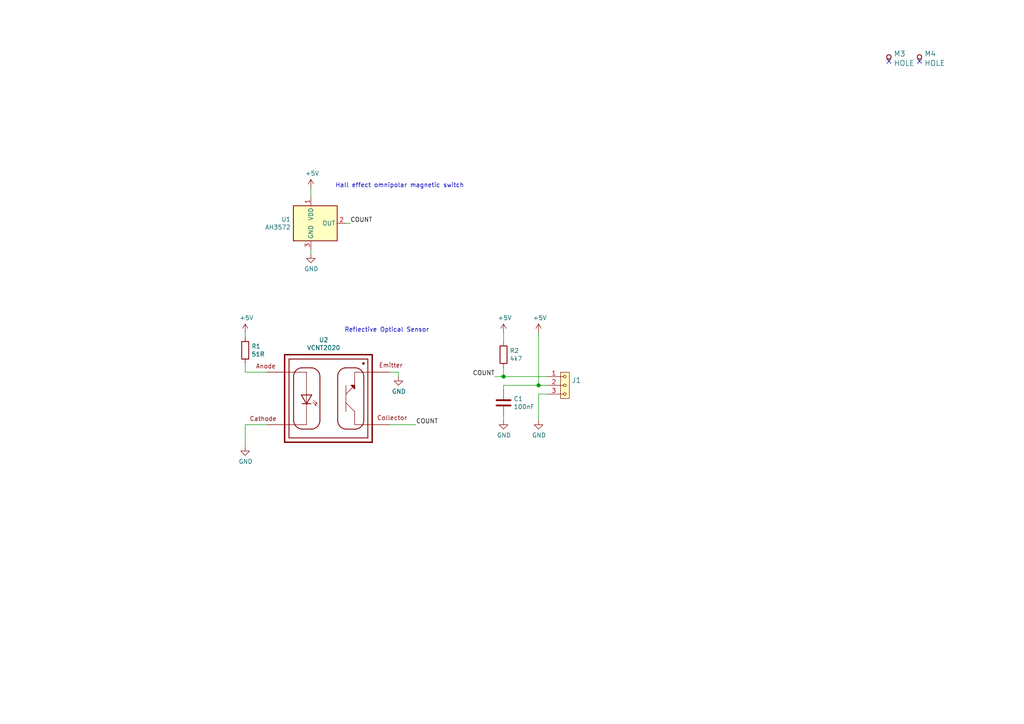
<source format=kicad_sch>
(kicad_sch (version 20231120) (generator "eeschema") (generator_version "8.0")
  (paper "A4")
  (title_block (title "TFPROBE01A") (date "2021-01-23") (company "ThunderFly s.r.o.") (comment 1 "Omnipolar magnetic and \\n reflective optical probe") (comment 3 "Sensor for \\n TFRPM measuring device"))
  (lib_symbols
    (symbol "Device:C" (pin_numbers hide) (pin_names (offset 0.254))
      (property "Reference" "C" (at 0.635 2.54 0))
      (property "Value" "C" (at 0.635 -2.54 0))
      (symbol "C_0_1"
        (polyline (pts (xy -2.032 -0.762) (xy 2.032 -0.762)) (stroke (width 0.508)))
        (polyline (pts (xy -2.032 0.762) (xy 2.032 0.762)) (stroke (width 0.508)))
      )
      (symbol "C_1_1"
        (pin passive line (at 0 3.81 270) (length 2.794) (name "~") (number "1"))
        (pin passive line (at 0 -3.81 90) (length 2.794) (name "~") (number "2"))
      )
    )
    (symbol "Device:R" (pin_numbers hide) (pin_names (offset 0))
      (property "Reference" "R" (at 2.032 0 90))
      (property "Value" "R" (at 0 0 90))
      (symbol "R_0_1"
        (rectangle (start -1.016 -2.54) (end 1.016 2.54) (stroke (width 0.254)))
      )
      (symbol "R_1_1"
        (pin passive line (at 0 3.81 270) (length 1.27) (name "~") (number "1"))
        (pin passive line (at 0 -3.81 90) (length 1.27) (name "~") (number "2"))
      )
    )
    (symbol "MLAB_HEADER:HEADER_1x03" (pin_names (offset 1.016))
      (property "Reference" "J" (at 0 -5.08 0))
      (property "Value" "HEADER_1x03" (at 0 5.08 0))
      (symbol "HEADER_1x03_0_1"
        (rectangle (start -1.27 3.81) (end 1.27 -3.81) (fill (type background)))
        (circle (center 0 -2.54) (radius 0.381))
        (polyline (pts (xy -1.27 -2.54) (xy -0.381 -2.54)))
        (polyline (pts (xy -1.27 0) (xy -0.381 0)))
        (polyline (pts (xy -1.27 2.54) (xy -0.381 2.54)))
        (circle (center 0 0) (radius 0.381))
        (circle (center 0 2.54) (radius 0.381))
      )
      (symbol "HEADER_1x03_1_1"
        (pin input line (at -5.08 2.54 0) (length 3.81) (name "~") (number "1"))
        (pin input line (at -5.08 0 0) (length 3.81) (name "~") (number "2"))
        (pin input line (at -5.08 -2.54 0) (length 3.81) (name "~") (number "3"))
      )
    )
    (symbol "MLAB_IO:AH3572"
      (property "Reference" "U" (at 8.89 6.35 0))
      (property "Value" "AH3572" (at 8.89 3.81 0))
      (symbol "AH3572_0_1"
        (rectangle (start -5.08 5.08) (end 7.62 -5.08) (stroke (width 0.254)) (fill (type background)))
      )
      (symbol "AH3572_1_1"
        (pin power_in line (at 0 7.62 270) (length 2.54) (name "VDD") (number "1"))
        (pin output line (at 10.16 0 180) (length 2.54) (name "OUT") (number "2"))
        (pin power_in line (at 0 -7.62 90) (length 2.54) (name "GND") (number "3"))
      )
    )
    (symbol "MLAB_IO:VCNT2020" (pin_numbers hide) (pin_names (offset 1.016) hide)
      (property "Reference" "U2" (at 1.3796 16.9864 0))
      (property "Value" "VCNT2020" (at 1.3796 14.6877 0))
      (symbol "VCNT2020_0_0"
        (arc (start -10.2616 -6.35) (mid -9.4848 -8.1745) (end -7.6454 -8.9154) (stroke (width 0.254)))
        (circle (center -10.16 10.16) (radius 0.127) (stroke (width 0.254)))
        (circle (center -10.16 10.16) (radius 0.254) (stroke (width 0.254)))
        (arc (start -7.6454 8.89) (mid -9.4834 8.1657) (end -10.2616 6.35) (stroke (width 0.254)))
        (arc (start -5.2324 -8.89) (mid -3.4378 -8.1625) (end -2.6924 -6.3754) (stroke (width 0.254)))
        (arc (start -2.6924 6.3246) (mid -3.3336 8.0872) (end -5.0292 8.89) (stroke (width 0.254)))
        (polyline (pts (xy -12.7 -12.7) (xy -12.7 -7.62)) (stroke (width 0.4064)))
        (polyline (pts (xy -12.7 -7.62) (xy -12.7 7.62)) (stroke (width 0.4064)))
        (polyline (pts (xy -12.7 -7.62) (xy -11.43 -7.62)) (stroke (width 0.1524)))
        (polyline (pts (xy -12.7 7.62) (xy -12.7 12.7)) (stroke (width 0.4064)))
        (polyline (pts (xy -12.7 7.62) (xy -11.43 7.62)) (stroke (width 0.1524)))
        (polyline (pts (xy -12.7 12.7) (xy 12.7 12.7)) (stroke (width 0.4064)))
        (polyline (pts (xy -11.43 -11.43) (xy 11.43 -11.43)) (stroke (width 0.254)))
        (polyline (pts (xy -11.43 -7.62) (xy -11.43 -11.43)) (stroke (width 0.254)))
        (polyline (pts (xy -11.43 -7.62) (xy -7.62 -7.62)) (stroke (width 0.1524)))
        (polyline (pts (xy -11.43 7.62) (xy -11.43 -7.62)) (stroke (width 0.254)))
        (polyline (pts (xy -11.43 7.62) (xy -7.62 7.62)) (stroke (width 0.1524)))
        (polyline (pts (xy -11.43 11.43) (xy -11.43 7.62)) (stroke (width 0.254)))
        (polyline (pts (xy -10.2616 -6.35) (xy -10.2616 6.35)) (stroke (width 0.254)))
        (polyline (pts (xy -7.6454 8.89) (xy -5.0292 8.89)) (stroke (width 0.254)))
        (polyline (pts (xy -7.62 -7.62) (xy -7.62 -3.81)) (stroke (width 0.1524)))
        (polyline (pts (xy -7.62 2.794) (xy -7.62 3.048)) (stroke (width 0.254)))
        (polyline (pts (xy -7.62 3.048) (xy -7.366 3.302)) (stroke (width 0.254)))
        (polyline (pts (xy -7.62 3.81) (xy -7.62 3.048)) (stroke (width 0.254)))
        (polyline (pts (xy -7.62 3.81) (xy -5.08 1.27)) (stroke (width 0.1524)))
        (polyline (pts (xy -7.62 7.62) (xy -7.62 3.81)) (stroke (width 0.1524)))
        (polyline (pts (xy -7.366 3.302) (xy -7.366 3.556)) (stroke (width 0.254)))
        (polyline (pts (xy -7.366 3.302) (xy -7.112 3.556)) (stroke (width 0.254)))
        (polyline (pts (xy -7.366 3.556) (xy -7.112 3.556)) (stroke (width 0.254)))
        (polyline (pts (xy -7.366 3.81) (xy -7.366 3.556)) (stroke (width 0.1524)))
        (polyline (pts (xy -7.112 3.556) (xy -6.858 3.81)) (stroke (width 0.254)))
        (polyline (pts (xy -7.112 3.81) (xy -7.62 3.81)) (stroke (width 0.254)))
        (polyline (pts (xy -7.112 3.81) (xy -7.366 3.81)) (stroke (width 0.1524)))
        (polyline (pts (xy -6.858 3.81) (xy -7.112 3.81)) (stroke (width 0.254)))
        (polyline (pts (xy -6.858 3.81) (xy -6.604 3.81)) (stroke (width 0.254)))
        (polyline (pts (xy -6.604 3.81) (xy -7.62 2.794)) (stroke (width 0.254)))
        (polyline (pts (xy -5.2324 -8.89) (xy -7.6454 -8.9154)) (stroke (width 0.254)))
        (polyline (pts (xy -5.08 -3.81) (xy -5.08 -1.27)) (stroke (width 0.1524)))
        (polyline (pts (xy -5.08 -1.27) (xy -7.62 -3.81)) (stroke (width 0.1524)))
        (polyline (pts (xy -5.08 1.27) (xy -5.08 -1.27)) (stroke (width 0.1524)))
        (polyline (pts (xy -5.08 1.27) (xy -5.08 3.81)) (stroke (width 0.1524)))
        (polyline (pts (xy -2.6924 6.3246) (xy -2.6924 -6.3754)) (stroke (width 0.254)))
        (polyline (pts (xy 2.4638 -6.3246) (xy 2.4638 6.3754)) (stroke (width 0.254)))
        (polyline (pts (xy 3.302 -1.524) (xy 3.4544 -1.1684)) (stroke (width 0.127)))
        (polyline (pts (xy 3.4544 -1.1684) (xy 3.683 -1.3716)) (stroke (width 0.127)))
        (polyline (pts (xy 3.556 -2.032) (xy 3.7084 -1.6764)) (stroke (width 0.127)))
        (polyline (pts (xy 3.683 -1.3716) (xy 3.302 -1.524)) (stroke (width 0.127)))
        (polyline (pts (xy 3.7084 -1.6764) (xy 3.937 -1.8796)) (stroke (width 0.127)))
        (polyline (pts (xy 3.937 -1.8796) (xy 3.556 -2.032)) (stroke (width 0.127)))
        (polyline (pts (xy 4.318 -0.508) (xy 3.302 -1.524)) (stroke (width 0.127)))
        (polyline (pts (xy 4.572 -1.016) (xy 3.556 -2.032)) (stroke (width 0.127)))
        (polyline (pts (xy 4.826 1.016) (xy 6.35 -1.524)) (stroke (width 0.254)))
        (polyline (pts (xy 5.08 8.89) (xy 7.62 8.89)) (stroke (width 0.254)))
        (polyline (pts (xy 6.35 -7.62) (xy 11.43 -7.62)) (stroke (width 0.1524)))
        (polyline (pts (xy 6.35 -1.524) (xy 5.08 -1.524)) (stroke (width 0.254)))
        (polyline (pts (xy 6.35 -1.524) (xy 7.62 -1.524)) (stroke (width 0.254)))
        (polyline (pts (xy 6.35 -1.524) (xy 7.874 1.016)) (stroke (width 0.254)))
        (polyline (pts (xy 6.35 7.62) (xy 6.35 -7.62)) (stroke (width 0.1524)))
        (polyline (pts (xy 7.5438 -8.89) (xy 4.9022 -8.89)) (stroke (width 0.254)))
        (polyline (pts (xy 7.874 1.016) (xy 4.826 1.016)) (stroke (width 0.254)))
        (polyline (pts (xy 10.0838 6.4262) (xy 10.0838 -6.2738)) (stroke (width 0.254)))
        (polyline (pts (xy 11.43 -11.43) (xy 11.43 -7.62)) (stroke (width 0.254)))
        (polyline (pts (xy 11.43 -7.62) (xy 11.43 7.62)) (stroke (width 0.254)))
        (polyline (pts (xy 11.43 -7.62) (xy 12.7 -7.62)) (stroke (width 0.1524)))
        (polyline (pts (xy 11.43 7.62) (xy 6.35 7.62)) (stroke (width 0.1524)))
        (polyline (pts (xy 11.43 7.62) (xy 11.43 11.43)) (stroke (width 0.254)))
        (polyline (pts (xy 11.43 7.62) (xy 12.7 7.62)) (stroke (width 0.1524)))
        (polyline (pts (xy 11.43 11.43) (xy -11.43 11.43)) (stroke (width 0.254)))
        (polyline (pts (xy 12.7 -12.7) (xy -12.7 -12.7)) (stroke (width 0.4064)))
        (polyline (pts (xy 12.7 -7.62) (xy 12.7 -12.7)) (stroke (width 0.4064)))
        (polyline (pts (xy 12.7 7.62) (xy 12.7 -7.62)) (stroke (width 0.4064)))
        (polyline (pts (xy 12.7 12.7) (xy 12.7 7.62)) (stroke (width 0.4064)))
        (arc (start 2.4638 -6.3246) (mid 3.1556 -8.1084) (end 4.9022 -8.89) (stroke (width 0.254)))
        (arc (start 5.08 8.89) (mid 3.2511 8.1745) (end 2.4638 6.3754) (stroke (width 0.254)))
        (arc (start 7.5438 -8.89) (mid 9.3592 -8.1116) (end 10.0838 -6.2738) (stroke (width 0.254)))
        (arc (start 10.0838 6.4262) (mid 9.3622 8.1684) (end 7.62 8.89) (stroke (width 0.254)))
        (text "Anode" (at 15.24 8.636 0) (effects (font (size 1.27 1.27)) (justify left bottom)))
        (text "Cathode" (at 14.986 -6.604 0) (effects (font (size 1.27 1.27)) (justify left bottom)))
        (text "Collector" (at -22.86 -6.35 0) (effects (font (size 1.27 1.27)) (justify left bottom)))
        (text "Emitter" (at -21.59 8.89 0) (effects (font (size 1.27 1.27)) (justify left bottom)))
        (pin passive line (at -17.78 7.62 0) (length 5.08) (name "~") (number "1"))
        (pin passive line (at -17.78 -7.62 0) (length 5.08) (name "~") (number "2"))
        (pin passive line (at 17.78 7.62 180) (length 5.08) (name "~") (number "3"))
        (pin passive line (at 17.78 -7.62 180) (length 5.08) (name "~") (number "4"))
      )
    )
    (symbol "MLAB_MECHANICAL:HOLE" (pin_numbers hide) (pin_names (offset 1.016) hide)
      (property "Reference" "M" (at 0 2.54 0))
      (property "Value" "HOLE" (at 0 -2.54 0))
      (symbol "HOLE_0_1"
        (circle (center 0 0) (radius 0.635) (stroke (width 0.254)))
      )
      (symbol "HOLE_1_1"
        (pin input line (at 1.27 0 180) (length 0.635) (name "~") (number "1"))
      )
    )
    (symbol "power:+5V" (power) (pin_names (offset 0))
      (property "Value" "+5V" (at 0 3.556 0))
      (symbol "+5V_0_1"
        (polyline (pts (xy -0.762 1.27) (xy 0 2.54)))
        (polyline (pts (xy 0 0) (xy 0 2.54)))
        (polyline (pts (xy 0 2.54) (xy 0.762 1.27)))
      )
      (symbol "+5V_1_1"
        (pin power_in line (at 0 0 90) (length 0) hide (name "+5V") (number "1"))
      )
    )
    (symbol "power:GND" (power) (pin_names (offset 0))
      (property "Value" "GND" (at 0 -3.81 0))
      (symbol "GND_0_1"
        (polyline (pts (xy 0 0) (xy 0 -1.27) (xy 1.27 -1.27) (xy 0 -2.54) (xy -1.27 -1.27) (xy 0 -1.27)))
      )
      (symbol "GND_1_1"
        (pin power_in line (at 0 0 270) (length 0) hide (name "GND") (number "1"))
      )
    )
  )
  (junction (at 146.05 109.22) (diameter 1.016))
  (junction (at 156.21 111.76) (diameter 1.016))
  (no_connect (at 266.7 17.78))
  (no_connect (at 257.81 17.78))
  (wire (pts (xy 115.57 107.95) (xy 115.57 109.22)))
  (wire (pts (xy 71.12 96.52) (xy 71.12 97.79)))
  (wire (pts (xy 146.05 111.76) (xy 146.05 113.03)))
  (wire (pts (xy 146.05 106.68) (xy 146.05 109.22)))
  (wire (pts (xy 146.05 109.22) (xy 158.75 109.22)))
  (wire (pts (xy 146.05 120.65) (xy 146.05 121.92)))
  (wire (pts (xy 100.33 64.77) (xy 101.6 64.77)))
  (wire (pts (xy 156.21 96.52) (xy 156.21 111.76)))
  (wire (pts (xy 143.51 109.22) (xy 146.05 109.22)))
  (wire (pts (xy 90.17 72.39) (xy 90.17 73.66)))
  (wire (pts (xy 113.03 107.95) (xy 115.57 107.95)))
  (wire (pts (xy 156.21 114.3) (xy 156.21 121.92)))
  (wire (pts (xy 158.75 114.3) (xy 156.21 114.3)))
  (wire (pts (xy 146.05 96.52) (xy 146.05 99.06)))
  (wire (pts (xy 71.12 107.95) (xy 77.47 107.95)))
  (wire (pts (xy 156.21 111.76) (xy 158.75 111.76)))
  (wire (pts (xy 71.12 105.41) (xy 71.12 107.95)))
  (wire (pts (xy 156.21 111.76) (xy 146.05 111.76)))
  (wire (pts (xy 71.12 123.19) (xy 71.12 129.54)))
  (wire (pts (xy 90.17 54.61) (xy 90.17 57.15)))
  (wire (pts (xy 113.03 123.19) (xy 120.65 123.19)))
  (wire (pts (xy 77.47 123.19) (xy 71.12 123.19)))
  (text "Hall effect omnipolar magnetic switch" (at 134.62 54.61 0) (effects (font (size 1.27 1.27)) (justify right bottom)))
  (text "Reflective Optical Sensor" (at 124.46 96.52 0) (effects (font (size 1.27 1.27)) (justify right bottom)))
  (label "COUNT" (at 101.6 64.77 0))
  (label "COUNT" (at 143.51 109.22 180))
  (label "COUNT" (at 120.65 123.19 0))
  (symbol (lib_id "MLAB_IO:VCNT2020") (at 95.25 115.57 0) (mirror y) (unit 1)
    (property "Reference" "U2" (at 93.8704 98.5836 0))
    (property "Value" "VCNT2020" (at 93.8704 100.8823 0))
    (property "Footprint" "Mlab_IO:XDCR_VCNT2020" (effects (hide yes)))
    (property "Datasheet" "https://www.vishay.com/docs/84285/vcnt2020.pdf" (effects (hide yes)))
    (property "Field4" "Vishay" (effects (hide yes)))
    (property "Field5" "Manufacturer Recommendation" (effects (hide yes)))
    (property "UST_ID" "5f9d106a12875025b39777fa" (effects (hide yes)))
  )
  (symbol (lib_id "MLAB_MECHANICAL:HOLE") (at 257.81 16.51 270) (unit 1)
    (property "Reference" "M3" (at 259.2071 15.6007 90) (effects (font (size 1.524 1.524)) (justify left)))
    (property "Value" "HOLE" (at 259.2071 18.3083 90) (effects (font (size 1.524 1.524)) (justify left)))
    (property "Footprint" "Mlab_Mechanical:dira_3mm" (effects (hide yes)))
  )
  (symbol (lib_id "MLAB_MECHANICAL:HOLE") (at 266.7 16.51 270) (unit 1)
    (property "Reference" "M4" (at 268.0971 15.6007 90) (effects (font (size 1.524 1.524)) (justify left)))
    (property "Value" "HOLE" (at 268.0971 18.3083 90) (effects (font (size 1.524 1.524)) (justify left)))
    (property "Footprint" "Mlab_Mechanical:dira_3mm" (effects (hide yes)))
  )
  (symbol (lib_id "power:+5V") (at 71.12 96.52 0) (unit 1)
    (property "Reference" "#PWR01" (effects (hide yes)))
    (property "Value" "+5V" (at 71.4883 92.1956 0))
  )
  (symbol (lib_id "power:GND") (at 115.57 109.22 0) (unit 1)
    (property "Reference" "#PWR05" (effects (hide yes)))
    (property "Value" "GND" (at 115.6843 113.5444 0))
  )
  (symbol (lib_id "power:GND") (at 146.05 121.92 0) (unit 1)
    (property "Reference" "#PWR07" (effects (hide yes)))
    (property "Value" "GND" (at 146.1643 126.2444 0))
  )
  (symbol (lib_id "power:+5V") (at 90.17 54.61 0) (unit 1)
    (property "Reference" "#PWR03" (effects (hide yes)))
    (property "Value" "+5V" (at 90.5383 50.2856 0))
  )
  (symbol (lib_id "power:GND") (at 156.21 121.92 0) (unit 1)
    (property "Reference" "#PWR09" (effects (hide yes)))
    (property "Value" "GND" (at 156.3243 126.2444 0))
  )
  (symbol (lib_id "power:GND") (at 71.12 129.54 0) (unit 1)
    (property "Reference" "#PWR02" (effects (hide yes)))
    (property "Value" "GND" (at 71.2343 133.8644 0))
  )
  (symbol (lib_id "Device:R") (at 71.12 101.6 0) (unit 1)
    (property "Reference" "R1" (at 72.8981 100.4506 0) (effects (justify left)))
    (property "Value" "51R" (at 72.898 102.749 0) (effects (justify left)))
    (property "Footprint" "Mlab_R:SMD-0603" (effects (hide yes)))
    (property "UST_ID" "5c70984512875079b91f8953" (effects (hide yes)))
  )
  (symbol (lib_id "MLAB_IO:AH3572") (at 90.17 64.77 0) (unit 1)
    (property "Reference" "U1" (at 84.328 63.6206 0) (effects (justify right)))
    (property "Value" "AH3572" (at 84.328 65.9193 0) (effects (justify right)))
    (property "Footprint" "Package_TO_SOT_SMD:SOT-23" (effects (hide yes)))
    (property "Datasheet" "https://cz.mouser.com/datasheet/2/115/AH3572-1483253.pdf" (effects (hide yes)))
    (property "UST_ID" "5f9d011812875025b39777ea" (effects (hide yes)))
  )
  (symbol (lib_id "Device:C") (at 146.05 116.84 0) (unit 1)
    (property "Reference" "C1" (at 148.9711 115.6906 0) (effects (justify left)))
    (property "Value" "100nF" (at 148.971 117.989 0) (effects (justify left)))
    (property "Footprint" "Mlab_R:SMD-0603" (effects (hide yes)))
    (property "Datasheet" "~~" (effects (hide yes)))
    (property "UST_ID" "5c70984812875079b91f8bf2" (effects (hide yes)))
  )
  (symbol (lib_id "power:+5V") (at 156.21 96.52 0) (unit 1)
    (property "Reference" "#PWR08" (effects (hide yes)))
    (property "Value" "+5V" (at 156.5783 92.1956 0))
  )
  (symbol (lib_id "power:GND") (at 90.17 73.66 0) (unit 1)
    (property "Reference" "#PWR04" (effects (hide yes)))
    (property "Value" "GND" (at 90.2843 77.9844 0))
  )
  (symbol (lib_id "MLAB_HEADER:HEADER_1x03") (at 163.83 111.76 0) (unit 1)
    (property "Reference" "J1" (at 165.7351 110.2919 0) (effects (font (size 1.524 1.524)) (justify left)))
    (property "Value" "HEADER_1x03" (effects (hide yes)))
    (property "Footprint" "Mlab_Pin_Headers:Straight_1x03" (effects (hide yes)))
  )
  (symbol (lib_id "Device:R") (at 146.05 102.87 0) (unit 1)
    (property "Reference" "R2" (at 147.8281 101.7206 0) (effects (justify left)))
    (property "Value" "4k7" (at 147.828 104.019 0) (effects (justify left)))
    (property "Footprint" "Mlab_R:SMD-0805" (effects (hide yes)))
    (property "UST_ID" "5c70984612875079b91f8995" (effects (hide yes)))
  )
  (symbol (lib_id "power:+5V") (at 146.05 96.52 0) (unit 1)
    (property "Reference" "#PWR06" (effects (hide yes)))
    (property "Value" "+5V" (at 146.4183 92.1956 0))
  )
)
</source>
